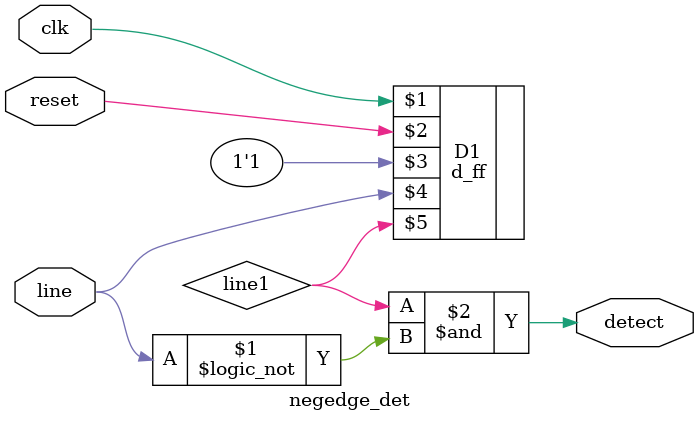
<source format=sv>
module negedge_det(
    input logic clk,reset,line,
    output logic detect
);

logic line1;
d_ff D1(clk,reset,1'b1,line,line1);

assign detect = (line1)&(!line);


endmodule
</source>
